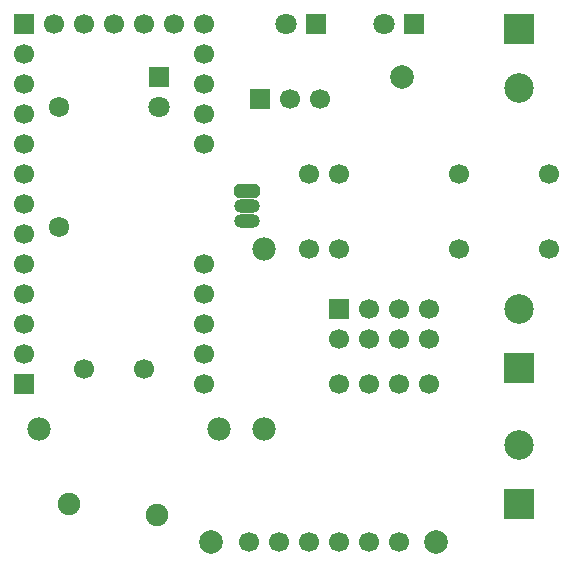
<source format=gts>
G04 DipTrace 3.0.0.0*
G04 TopMask.GTS*
%MOIN*%
G04 #@! TF.FileFunction,Soldermask,Top*
G04 #@! TF.Part,Single*
%AMOUTLINE1*
4,1,8,
-0.031158,0.023622,
-0.043307,0.011473,
-0.043307,-0.011473,
-0.031158,-0.023622,
0.031158,-0.023622,
0.043307,-0.011473,
0.043307,0.011473,
0.031158,0.023622,
-0.031158,0.023622,
0*%
%ADD14C,0.07874*%
%ADD29C,0.066929*%
%ADD36C,0.074803*%
%ADD37C,0.077874*%
%ADD39C,0.077874*%
%ADD41C,0.066929*%
%ADD43R,0.098425X0.098425*%
%ADD45C,0.098425*%
%ADD47O,0.086614X0.047244*%
%ADD52R,0.066929X0.066929*%
%ADD54C,0.067874*%
%ADD56C,0.067874*%
%ADD58C,0.070866*%
%ADD60R,0.070866X0.070866*%
%ADD66OUTLINE1*%
%FSLAX26Y26*%
G04*
G70*
G90*
G75*
G01*
G04 TopMask*
%LPD*%
D60*
X951181Y2018701D3*
D58*
Y1918701D3*
D60*
X1801181Y2193701D3*
D58*
X1701181D3*
D60*
X1476181D3*
D58*
X1376181D3*
D56*
X619930Y1518702D3*
D54*
Y1918702D3*
D52*
X501181Y993701D3*
D29*
X1101181D3*
X501181Y1093701D3*
X1101181D3*
X501181Y1193701D3*
X1101181D3*
X501181Y1293701D3*
X1101181D3*
X501181Y1393701D3*
X1101181D3*
X501181Y1493701D3*
Y1593701D3*
Y1693701D3*
Y1793701D3*
X1101181D3*
X501181Y1893701D3*
X1101181D3*
X501181Y1993701D3*
X1101181D3*
X501181Y2093701D3*
X1101181D3*
D66*
X1244930Y1637451D3*
D47*
Y1587451D3*
Y1537451D3*
D29*
X1101181Y2193701D3*
X901181Y1043701D3*
D52*
X501181Y2193701D3*
D29*
X701181Y1043701D3*
D14*
X1763681Y2018701D3*
X1126181Y468701D3*
X1876181D3*
D45*
X2152756Y792126D3*
D43*
Y595276D3*
D45*
X2151181Y1981201D3*
D43*
Y2178051D3*
D45*
Y1243701D3*
D43*
Y1046850D3*
D29*
X1451181Y1693701D3*
X1551181D3*
X1951181D3*
X2251181D3*
X1451181Y1443701D3*
X1551181D3*
X1951181D3*
X2251181D3*
D52*
X1551181Y1243701D3*
D29*
Y1143701D3*
X1651181Y1243701D3*
Y1143701D3*
X1751181Y1243701D3*
Y1143701D3*
X1851181Y1243701D3*
Y1143701D3*
D41*
X1651181Y993701D3*
X1851181D3*
X1751181D3*
X1551181D3*
X601181Y2193701D3*
X1001181D3*
X901181D3*
X701181D3*
X801181D3*
X1251181Y468701D3*
X1351181D3*
X1451181D3*
X1551181D3*
X1651181D3*
X1751181D3*
D39*
X551181Y843701D3*
D37*
X1151181D3*
D39*
X1301181D3*
D37*
Y1443701D3*
D52*
X1288681Y1943701D3*
D29*
X1388681D3*
X1488681D3*
D36*
X651181Y593701D3*
X946457Y558268D3*
M02*

</source>
